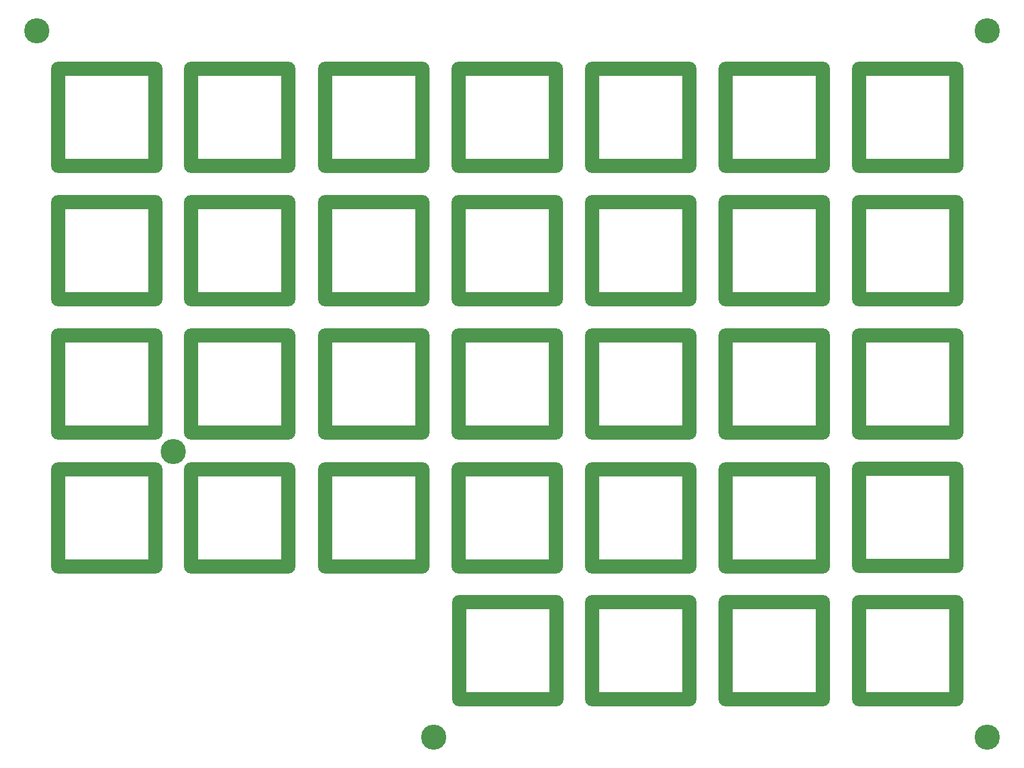
<source format=gbr>
%TF.GenerationSoftware,KiCad,Pcbnew,(7.0.0-0)*%
%TF.CreationDate,2023-03-07T00:12:56+09:00*%
%TF.ProjectId,11111_plates,31313131-315f-4706-9c61-7465732e6b69,rev?*%
%TF.SameCoordinates,Original*%
%TF.FileFunction,Soldermask,Bot*%
%TF.FilePolarity,Negative*%
%FSLAX46Y46*%
G04 Gerber Fmt 4.6, Leading zero omitted, Abs format (unit mm)*
G04 Created by KiCad (PCBNEW (7.0.0-0)) date 2023-03-07 00:12:56*
%MOMM*%
%LPD*%
G01*
G04 APERTURE LIST*
%ADD10O,15.900000X2.000000*%
%ADD11O,2.000000X15.900000*%
%ADD12C,3.600000*%
G04 APERTURE END LIST*
D10*
%TO.C,SW46*%
X95884999Y-88356050D03*
X95884999Y-102256050D03*
D11*
X88934999Y-95306050D03*
X102834999Y-95306050D03*
%TD*%
D10*
%TO.C,SW34*%
X133984999Y-69186050D03*
X133984999Y-83086050D03*
D11*
X127034999Y-76136050D03*
X140934999Y-76136050D03*
%TD*%
D10*
%TO.C,SW15*%
X38734999Y-50136050D03*
X38734999Y-64036050D03*
D11*
X31784999Y-57086050D03*
X45684999Y-57086050D03*
%TD*%
D10*
%TO.C,SW45*%
X76834999Y-88356050D03*
X76834999Y-102256050D03*
D11*
X69884999Y-95306050D03*
X83784999Y-95306050D03*
%TD*%
D10*
%TO.C,SW57*%
X95944999Y-107286050D03*
X95944999Y-121186050D03*
D11*
X88994999Y-114236050D03*
X102894999Y-114236050D03*
%TD*%
D10*
%TO.C,SW1*%
X38734999Y-31086050D03*
X38734999Y-44986050D03*
D11*
X31784999Y-38036050D03*
X45684999Y-38036050D03*
%TD*%
D10*
%TO.C,SW58*%
X114934999Y-107286050D03*
X114934999Y-121186050D03*
D11*
X107984999Y-114236050D03*
X121884999Y-114236050D03*
%TD*%
D10*
%TO.C,SW16*%
X57714999Y-50136050D03*
X57714999Y-64036050D03*
D11*
X50764999Y-57086050D03*
X64664999Y-57086050D03*
%TD*%
D10*
%TO.C,SW19*%
X114934999Y-50136050D03*
X114934999Y-64036050D03*
D11*
X107984999Y-57086050D03*
X121884999Y-57086050D03*
%TD*%
D10*
%TO.C,SW43*%
X38734999Y-88356050D03*
X38734999Y-102256050D03*
D11*
X31784999Y-95306050D03*
X45684999Y-95306050D03*
%TD*%
D10*
%TO.C,SW47*%
X114934999Y-88356050D03*
X114934999Y-102256050D03*
D11*
X107984999Y-95306050D03*
X121884999Y-95306050D03*
%TD*%
D10*
%TO.C,SW35*%
X153034999Y-69186050D03*
X153034999Y-83086050D03*
D11*
X146084999Y-76136050D03*
X159984999Y-76136050D03*
%TD*%
D10*
%TO.C,SW30*%
X57714999Y-69186050D03*
X57714999Y-83086050D03*
D11*
X50764999Y-76136050D03*
X64664999Y-76136050D03*
%TD*%
D10*
%TO.C,SW33*%
X114934999Y-69186050D03*
X114934999Y-83086050D03*
D11*
X107984999Y-76136050D03*
X121884999Y-76136050D03*
%TD*%
D10*
%TO.C,SW6*%
X133984999Y-31086050D03*
X133984999Y-44986050D03*
D11*
X127034999Y-38036050D03*
X140934999Y-38036050D03*
%TD*%
D10*
%TO.C,SW44*%
X57714999Y-88356050D03*
X57714999Y-102256050D03*
D11*
X50764999Y-95306050D03*
X64664999Y-95306050D03*
%TD*%
D10*
%TO.C,SW49*%
X153034999Y-88236050D03*
X153034999Y-102136050D03*
D11*
X146084999Y-95186050D03*
X159984999Y-95186050D03*
%TD*%
D10*
%TO.C,SW21*%
X153034999Y-50136050D03*
X153034999Y-64036050D03*
D11*
X146084999Y-57086050D03*
X159984999Y-57086050D03*
%TD*%
D10*
%TO.C,SW29*%
X38734999Y-69186050D03*
X38734999Y-83086050D03*
D11*
X31784999Y-76136050D03*
X45684999Y-76136050D03*
%TD*%
D10*
%TO.C,SW4*%
X95884999Y-31086050D03*
X95884999Y-44986050D03*
D11*
X88934999Y-38036050D03*
X102834999Y-38036050D03*
%TD*%
D10*
%TO.C,SW59*%
X133984999Y-107286050D03*
X133984999Y-121186050D03*
D11*
X127034999Y-114236050D03*
X140934999Y-114236050D03*
%TD*%
D10*
%TO.C,SW20*%
X133984999Y-50136050D03*
X133984999Y-64036050D03*
D11*
X127034999Y-57086050D03*
X140934999Y-57086050D03*
%TD*%
D10*
%TO.C,SW32*%
X95884999Y-69186050D03*
X95884999Y-83086050D03*
D11*
X88934999Y-76136050D03*
X102834999Y-76136050D03*
%TD*%
D10*
%TO.C,SW2*%
X57714999Y-31086050D03*
X57714999Y-44986050D03*
D11*
X50764999Y-38036050D03*
X64664999Y-38036050D03*
%TD*%
D10*
%TO.C,SW3*%
X76834999Y-31086050D03*
X76834999Y-44986050D03*
D11*
X69884999Y-38036050D03*
X83784999Y-38036050D03*
%TD*%
D10*
%TO.C,SW7*%
X153034999Y-31086050D03*
X153034999Y-44986050D03*
D11*
X146084999Y-38036050D03*
X159984999Y-38036050D03*
%TD*%
D10*
%TO.C,SW17*%
X76834999Y-50136050D03*
X76834999Y-64036050D03*
D11*
X69884999Y-57086050D03*
X83784999Y-57086050D03*
%TD*%
D10*
%TO.C,SW48*%
X133984999Y-88356050D03*
X133984999Y-102256050D03*
D11*
X127034999Y-95306050D03*
X140934999Y-95306050D03*
%TD*%
D10*
%TO.C,SW60*%
X153034999Y-107286050D03*
X153034999Y-121186050D03*
D11*
X146084999Y-114236050D03*
X159984999Y-114236050D03*
%TD*%
D10*
%TO.C,SW18*%
X95884999Y-50136050D03*
X95884999Y-64036050D03*
D11*
X88934999Y-57086050D03*
X102834999Y-57086050D03*
%TD*%
D10*
%TO.C,SW31*%
X76834999Y-69186050D03*
X76834999Y-83086050D03*
D11*
X69884999Y-76136050D03*
X83784999Y-76136050D03*
%TD*%
D10*
%TO.C,SW5*%
X114934999Y-31086050D03*
X114934999Y-44986050D03*
D11*
X107984999Y-38036050D03*
X121884999Y-38036050D03*
%TD*%
D12*
%TO.C,REF\u002A\u002A*%
X28780000Y-25696051D03*
%TD*%
%TO.C,REF\u002A\u002A*%
X48260000Y-85756051D03*
%TD*%
%TO.C,REF\u002A\u002A*%
X85360000Y-126596051D03*
%TD*%
%TO.C,REF\u002A\u002A*%
X164400000Y-126596051D03*
%TD*%
%TO.C,REF\u002A\u002A*%
X164400000Y-25696051D03*
%TD*%
M02*

</source>
